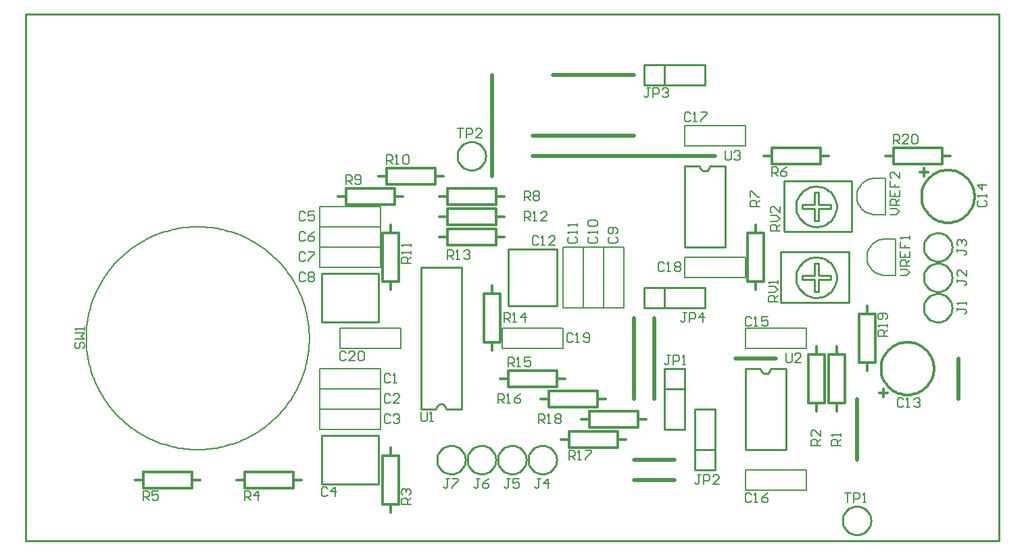
<source format=gto>
%FSLAX23Y23*%
%MOIN*%
G70*
G01*
G75*
%ADD10C,0.100*%
%ADD11R,0.080X0.080*%
%ADD12C,0.080*%
%ADD13C,0.150*%
%ADD14C,0.350*%
%ADD15C,0.010*%
%ADD16C,0.040*%
%ADD17C,0.060*%
%ADD18C,0.008*%
%ADD19C,0.012*%
%ADD20C,0.005*%
%ADD21C,0.020*%
%ADD22C,0.006*%
D15*
X9765Y7095D02*
X9764Y7105D01*
X9762Y7115D01*
X9759Y7124D01*
X9754Y7133D01*
X9748Y7141D01*
X9741Y7148D01*
X9733Y7154D01*
X9724Y7159D01*
X9715Y7162D01*
X9705Y7164D01*
X9695Y7165D01*
X9685Y7164D01*
X9675Y7162D01*
X9666Y7159D01*
X9657Y7154D01*
X9649Y7148D01*
X9642Y7141D01*
X9636Y7133D01*
X9631Y7124D01*
X9628Y7115D01*
X9626Y7105D01*
X9625Y7095D01*
X9626Y7085D01*
X9628Y7075D01*
X9631Y7066D01*
X9636Y7057D01*
X9642Y7049D01*
X9649Y7042D01*
X9657Y7036D01*
X9666Y7031D01*
X9675Y7028D01*
X9685Y7026D01*
X9695Y7025D01*
X9705Y7026D01*
X9715Y7028D01*
X9724Y7031D01*
X9733Y7036D01*
X9741Y7042D01*
X9748Y7049D01*
X9754Y7057D01*
X9759Y7066D01*
X9762Y7075D01*
X9764Y7085D01*
X9765Y7095D01*
X9915D02*
X9914Y7105D01*
X9912Y7115D01*
X9909Y7124D01*
X9904Y7133D01*
X9898Y7141D01*
X9891Y7148D01*
X9883Y7154D01*
X9874Y7159D01*
X9865Y7162D01*
X9855Y7164D01*
X9845Y7165D01*
X9835Y7164D01*
X9825Y7162D01*
X9816Y7159D01*
X9807Y7154D01*
X9799Y7148D01*
X9792Y7141D01*
X9786Y7133D01*
X9781Y7124D01*
X9778Y7115D01*
X9776Y7105D01*
X9775Y7095D01*
X9776Y7085D01*
X9778Y7075D01*
X9781Y7066D01*
X9786Y7057D01*
X9792Y7049D01*
X9799Y7042D01*
X9807Y7036D01*
X9816Y7031D01*
X9825Y7028D01*
X9835Y7026D01*
X9845Y7025D01*
X9855Y7026D01*
X9865Y7028D01*
X9874Y7031D01*
X9883Y7036D01*
X9891Y7042D01*
X9898Y7049D01*
X9904Y7057D01*
X9909Y7066D01*
X9912Y7075D01*
X9914Y7085D01*
X9915Y7095D01*
X10065D02*
X10064Y7105D01*
X10062Y7115D01*
X10059Y7124D01*
X10054Y7133D01*
X10048Y7141D01*
X10041Y7148D01*
X10033Y7154D01*
X10024Y7159D01*
X10015Y7162D01*
X10005Y7164D01*
X9995Y7165D01*
X9985Y7164D01*
X9975Y7162D01*
X9966Y7159D01*
X9957Y7154D01*
X9949Y7148D01*
X9942Y7141D01*
X9936Y7133D01*
X9931Y7124D01*
X9928Y7115D01*
X9926Y7105D01*
X9925Y7095D01*
X9926Y7085D01*
X9928Y7075D01*
X9931Y7066D01*
X9936Y7057D01*
X9942Y7049D01*
X9949Y7042D01*
X9957Y7036D01*
X9966Y7031D01*
X9975Y7028D01*
X9985Y7026D01*
X9995Y7025D01*
X10005Y7026D01*
X10015Y7028D01*
X10024Y7031D01*
X10033Y7036D01*
X10041Y7042D01*
X10048Y7049D01*
X10054Y7057D01*
X10059Y7066D01*
X10062Y7075D01*
X10064Y7085D01*
X10065Y7095D01*
X10215D02*
X10214Y7105D01*
X10212Y7115D01*
X10209Y7124D01*
X10204Y7133D01*
X10198Y7141D01*
X10191Y7148D01*
X10183Y7154D01*
X10174Y7159D01*
X10165Y7162D01*
X10155Y7164D01*
X10145Y7165D01*
X10135Y7164D01*
X10125Y7162D01*
X10116Y7159D01*
X10107Y7154D01*
X10099Y7148D01*
X10092Y7141D01*
X10086Y7133D01*
X10081Y7124D01*
X10078Y7115D01*
X10076Y7105D01*
X10075Y7095D01*
X10076Y7085D01*
X10078Y7075D01*
X10081Y7066D01*
X10086Y7057D01*
X10092Y7049D01*
X10099Y7042D01*
X10107Y7036D01*
X10116Y7031D01*
X10125Y7028D01*
X10135Y7026D01*
X10145Y7025D01*
X10155Y7026D01*
X10165Y7028D01*
X10174Y7031D01*
X10183Y7036D01*
X10191Y7042D01*
X10198Y7049D01*
X10204Y7057D01*
X10209Y7066D01*
X10212Y7075D01*
X10214Y7085D01*
X10215Y7095D01*
X12165Y8145D02*
X12164Y8155D01*
X12162Y8165D01*
X12159Y8174D01*
X12154Y8183D01*
X12148Y8191D01*
X12141Y8198D01*
X12133Y8204D01*
X12124Y8209D01*
X12115Y8212D01*
X12105Y8214D01*
X12095Y8215D01*
X12085Y8214D01*
X12075Y8212D01*
X12066Y8209D01*
X12057Y8204D01*
X12049Y8198D01*
X12042Y8191D01*
X12036Y8183D01*
X12031Y8174D01*
X12028Y8165D01*
X12026Y8155D01*
X12025Y8145D01*
X12026Y8135D01*
X12028Y8125D01*
X12031Y8116D01*
X12036Y8107D01*
X12042Y8099D01*
X12049Y8092D01*
X12057Y8086D01*
X12066Y8081D01*
X12075Y8078D01*
X12085Y8076D01*
X12095Y8075D01*
X12105Y8076D01*
X12115Y8078D01*
X12124Y8081D01*
X12133Y8086D01*
X12141Y8092D01*
X12148Y8099D01*
X12154Y8107D01*
X12159Y8116D01*
X12162Y8125D01*
X12164Y8135D01*
X12165Y8145D01*
Y7995D02*
X12164Y8005D01*
X12162Y8015D01*
X12159Y8024D01*
X12154Y8033D01*
X12148Y8041D01*
X12141Y8048D01*
X12133Y8054D01*
X12124Y8059D01*
X12115Y8062D01*
X12105Y8064D01*
X12095Y8065D01*
X12085Y8064D01*
X12075Y8062D01*
X12066Y8059D01*
X12057Y8054D01*
X12049Y8048D01*
X12042Y8041D01*
X12036Y8033D01*
X12031Y8024D01*
X12028Y8015D01*
X12026Y8005D01*
X12025Y7995D01*
X12026Y7985D01*
X12028Y7975D01*
X12031Y7966D01*
X12036Y7957D01*
X12042Y7949D01*
X12049Y7942D01*
X12057Y7936D01*
X12066Y7931D01*
X12075Y7928D01*
X12085Y7926D01*
X12095Y7925D01*
X12105Y7926D01*
X12115Y7928D01*
X12124Y7931D01*
X12133Y7936D01*
X12141Y7942D01*
X12148Y7949D01*
X12154Y7957D01*
X12159Y7966D01*
X12162Y7975D01*
X12164Y7985D01*
X12165Y7995D01*
Y7845D02*
X12164Y7855D01*
X12162Y7865D01*
X12159Y7874D01*
X12154Y7883D01*
X12148Y7891D01*
X12141Y7898D01*
X12133Y7904D01*
X12124Y7909D01*
X12115Y7912D01*
X12105Y7914D01*
X12095Y7915D01*
X12085Y7914D01*
X12075Y7912D01*
X12066Y7909D01*
X12057Y7904D01*
X12049Y7898D01*
X12042Y7891D01*
X12036Y7883D01*
X12031Y7874D01*
X12028Y7865D01*
X12026Y7855D01*
X12025Y7845D01*
X12026Y7835D01*
X12028Y7825D01*
X12031Y7816D01*
X12036Y7807D01*
X12042Y7799D01*
X12049Y7792D01*
X12057Y7786D01*
X12066Y7781D01*
X12075Y7778D01*
X12085Y7776D01*
X12095Y7775D01*
X12105Y7776D01*
X12115Y7778D01*
X12124Y7781D01*
X12133Y7786D01*
X12141Y7792D01*
X12148Y7799D01*
X12154Y7807D01*
X12159Y7816D01*
X12162Y7825D01*
X12164Y7835D01*
X12165Y7845D01*
X11765Y6795D02*
X11764Y6805D01*
X11762Y6815D01*
X11759Y6824D01*
X11754Y6833D01*
X11748Y6841D01*
X11741Y6848D01*
X11733Y6854D01*
X11724Y6859D01*
X11715Y6862D01*
X11705Y6864D01*
X11695Y6865D01*
X11685Y6864D01*
X11675Y6862D01*
X11666Y6859D01*
X11657Y6854D01*
X11649Y6848D01*
X11642Y6841D01*
X11636Y6833D01*
X11631Y6824D01*
X11628Y6815D01*
X11626Y6805D01*
X11625Y6795D01*
X11626Y6785D01*
X11628Y6775D01*
X11631Y6766D01*
X11636Y6757D01*
X11642Y6749D01*
X11649Y6742D01*
X11657Y6736D01*
X11666Y6731D01*
X11675Y6728D01*
X11685Y6726D01*
X11695Y6725D01*
X11705Y6726D01*
X11715Y6728D01*
X11724Y6731D01*
X11733Y6736D01*
X11741Y6742D01*
X11748Y6749D01*
X11754Y6757D01*
X11759Y6766D01*
X11762Y6775D01*
X11764Y6785D01*
X11765Y6795D01*
X9865Y8595D02*
X9864Y8605D01*
X9862Y8615D01*
X9859Y8624D01*
X9854Y8633D01*
X9848Y8641D01*
X9841Y8648D01*
X9833Y8654D01*
X9824Y8659D01*
X9815Y8662D01*
X9805Y8664D01*
X9795Y8665D01*
X9785Y8664D01*
X9775Y8662D01*
X9766Y8659D01*
X9757Y8654D01*
X9749Y8648D01*
X9742Y8641D01*
X9736Y8633D01*
X9731Y8624D01*
X9728Y8615D01*
X9726Y8605D01*
X9725Y8595D01*
X9726Y8585D01*
X9728Y8575D01*
X9731Y8566D01*
X9736Y8557D01*
X9742Y8549D01*
X9749Y8542D01*
X9757Y8536D01*
X9766Y8531D01*
X9775Y8528D01*
X9785Y8526D01*
X9795Y8525D01*
X9805Y8526D01*
X9815Y8528D01*
X9824Y8531D01*
X9833Y8536D01*
X9841Y8542D01*
X9848Y8549D01*
X9854Y8557D01*
X9859Y8566D01*
X9862Y8575D01*
X9864Y8585D01*
X9865Y8595D01*
X11595Y7995D02*
X11595Y8005D01*
X11593Y8015D01*
X11591Y8024D01*
X11587Y8034D01*
X11583Y8043D01*
X11578Y8051D01*
X11572Y8059D01*
X11565Y8067D01*
X11557Y8073D01*
X11549Y8079D01*
X11541Y8084D01*
X11532Y8088D01*
X11522Y8091D01*
X11512Y8093D01*
X11502Y8095D01*
X11493Y8095D01*
X11483Y8094D01*
X11473Y8092D01*
X11463Y8090D01*
X11454Y8086D01*
X11445Y8082D01*
X11437Y8076D01*
X11429Y8070D01*
X11422Y8063D01*
X11415Y8055D01*
X11410Y8047D01*
X11405Y8038D01*
X11401Y8029D01*
X11398Y8020D01*
X11396Y8010D01*
X11395Y8000D01*
Y7990D01*
X11396Y7980D01*
X11398Y7970D01*
X11401Y7961D01*
X11405Y7952D01*
X11410Y7943D01*
X11415Y7935D01*
X11422Y7927D01*
X11429Y7920D01*
X11437Y7914D01*
X11445Y7908D01*
X11454Y7904D01*
X11463Y7900D01*
X11473Y7898D01*
X11483Y7896D01*
X11493Y7895D01*
X11502Y7895D01*
X11512Y7897D01*
X11522Y7899D01*
X11532Y7902D01*
X11541Y7906D01*
X11549Y7911D01*
X11557Y7917D01*
X11565Y7923D01*
X11572Y7931D01*
X11578Y7939D01*
X11583Y7947D01*
X11587Y7956D01*
X11591Y7966D01*
X11593Y7975D01*
X11595Y7985D01*
X11595Y7995D01*
Y8345D02*
X11595Y8355D01*
X11593Y8365D01*
X11591Y8374D01*
X11587Y8384D01*
X11583Y8393D01*
X11578Y8401D01*
X11572Y8409D01*
X11565Y8417D01*
X11557Y8423D01*
X11549Y8429D01*
X11541Y8434D01*
X11532Y8438D01*
X11522Y8441D01*
X11512Y8443D01*
X11502Y8445D01*
X11493Y8445D01*
X11483Y8444D01*
X11473Y8442D01*
X11463Y8440D01*
X11454Y8436D01*
X11445Y8432D01*
X11437Y8426D01*
X11429Y8420D01*
X11422Y8413D01*
X11415Y8405D01*
X11410Y8397D01*
X11405Y8388D01*
X11401Y8379D01*
X11398Y8370D01*
X11396Y8360D01*
X11395Y8350D01*
Y8340D01*
X11396Y8330D01*
X11398Y8320D01*
X11401Y8311D01*
X11405Y8302D01*
X11410Y8293D01*
X11415Y8285D01*
X11422Y8277D01*
X11429Y8270D01*
X11437Y8264D01*
X11445Y8258D01*
X11454Y8254D01*
X11463Y8250D01*
X11473Y8248D01*
X11483Y8246D01*
X11493Y8245D01*
X11502Y8245D01*
X11512Y8247D01*
X11522Y8249D01*
X11532Y8252D01*
X11541Y8256D01*
X11549Y8261D01*
X11557Y8267D01*
X11565Y8273D01*
X11572Y8281D01*
X11578Y8289D01*
X11583Y8297D01*
X11587Y8306D01*
X11591Y8316D01*
X11593Y8325D01*
X11595Y8335D01*
X11595Y8345D01*
X11220Y7545D02*
X11222Y7535D01*
X11227Y7527D01*
X11235Y7522D01*
X11245Y7520D01*
X11255Y7522D01*
X11263Y7527D01*
X11268Y7535D01*
X11270Y7545D01*
X9670Y7345D02*
X9668Y7355D01*
X9663Y7363D01*
X9655Y7368D01*
X9645Y7370D01*
X9635Y7368D01*
X9627Y7363D01*
X9622Y7355D01*
X9620Y7345D01*
X10920Y8545D02*
X10922Y8535D01*
X10927Y8527D01*
X10935Y8522D01*
X10945Y8520D01*
X10955Y8522D01*
X10963Y8527D01*
X10968Y8535D01*
X10970Y8545D01*
X11425Y7985D02*
Y8005D01*
Y7985D02*
X11485D01*
Y7925D02*
Y7985D01*
Y7925D02*
X11505D01*
Y7985D01*
X11565D01*
Y8005D01*
X11505D02*
X11565D01*
X11505D02*
Y8065D01*
X11485D02*
X11505D01*
X11485Y8005D02*
Y8065D01*
X11425Y8005D02*
X11485D01*
X11320Y8120D02*
X11655D01*
X11320Y7870D02*
Y8120D01*
X11655Y7870D02*
Y8120D01*
X11320Y7870D02*
X11655D01*
X11335Y8470D02*
X11670D01*
X11335Y8220D02*
Y8470D01*
X11670Y8220D02*
Y8470D01*
X11335Y8220D02*
X11670D01*
X11505Y8335D02*
X11565D01*
X11505Y8275D02*
Y8335D01*
X11485Y8275D02*
X11505D01*
X11485D02*
Y8335D01*
X11425D02*
X11485D01*
X11425D02*
Y8355D01*
X11485D01*
Y8415D01*
X11505D01*
Y8355D02*
Y8415D01*
Y8355D02*
X11565D01*
Y8335D02*
Y8355D01*
X10745Y7245D02*
Y7545D01*
Y7245D02*
X10845D01*
Y7545D01*
X10745D02*
X10845D01*
X10745Y7445D02*
X10845D01*
X10895Y7145D02*
X10995D01*
X10895Y7045D02*
X10995D01*
X10895D02*
Y7345D01*
X10995D01*
Y7045D02*
Y7345D01*
X10645Y8945D02*
X10945D01*
Y9045D01*
X10645D02*
X10945D01*
X10645Y8945D02*
Y9045D01*
X10745Y8945D02*
Y9045D01*
Y7845D02*
Y7945D01*
X10645Y7845D02*
Y7945D01*
X10945D01*
Y7845D02*
Y7945D01*
X10645Y7845D02*
X10945D01*
X9975Y7855D02*
X10215D01*
Y8135D01*
X9975D02*
X10215D01*
X9975Y7855D02*
Y8135D01*
X9055Y7775D02*
X9335D01*
X9055D02*
Y8015D01*
X9335D01*
Y7775D02*
Y8015D01*
Y6975D02*
Y7215D01*
X9055D02*
X9335D01*
X9055Y6975D02*
Y7215D01*
Y6975D02*
X9335D01*
X11145Y7545D02*
X11220D01*
X11270D02*
X11345D01*
Y7145D02*
Y7545D01*
X11145Y7145D02*
X11345D01*
X11145D02*
Y7545D01*
X9745Y7345D02*
Y8045D01*
X9545D02*
X9745D01*
X9545Y7345D02*
Y8045D01*
Y7345D02*
X9620D01*
X9670D02*
X9745D01*
X7595Y6695D02*
X12395D01*
X7595D02*
Y9295D01*
X12395D01*
Y6695D02*
Y9295D01*
X10845Y8545D02*
X10920D01*
X10970D02*
X11045D01*
Y8145D02*
Y8545D01*
X10845Y8145D02*
X11045D01*
X10845D02*
Y8545D01*
D18*
X11835Y8185D02*
X11825Y8184D01*
X11815Y8183D01*
X11805Y8180D01*
X11796Y8176D01*
X11787Y8171D01*
X11779Y8165D01*
X11771Y8159D01*
X11765Y8151D01*
X11759Y8143D01*
X11754Y8134D01*
X11750Y8125D01*
X11747Y8115D01*
X11746Y8105D01*
X11745Y8095D01*
X11746Y8085D01*
X11747Y8075D01*
X11750Y8065D01*
X11754Y8056D01*
X11759Y8047D01*
X11765Y8039D01*
X11771Y8031D01*
X11779Y8025D01*
X11787Y8019D01*
X11796Y8014D01*
X11805Y8010D01*
X11815Y8007D01*
X11825Y8006D01*
X11835Y8005D01*
X11785Y8485D02*
X11775Y8484D01*
X11765Y8483D01*
X11755Y8480D01*
X11746Y8476D01*
X11737Y8471D01*
X11729Y8465D01*
X11721Y8459D01*
X11715Y8451D01*
X11709Y8443D01*
X11704Y8434D01*
X11700Y8425D01*
X11697Y8415D01*
X11696Y8405D01*
X11695Y8395D01*
X11696Y8385D01*
X11697Y8375D01*
X11700Y8365D01*
X11704Y8356D01*
X11709Y8347D01*
X11715Y8339D01*
X11721Y8331D01*
X11729Y8325D01*
X11737Y8319D01*
X11746Y8314D01*
X11755Y8310D01*
X11765Y8307D01*
X11775Y8306D01*
X11785Y8305D01*
X11835Y8005D02*
X11885D01*
X11835Y8185D02*
X11885D01*
Y8005D02*
Y8185D01*
X11835Y8305D02*
Y8485D01*
X11785D02*
X11835D01*
X11785Y8305D02*
X11835D01*
X9095Y7545D02*
X9295D01*
X9095Y7445D02*
X9295D01*
Y7545D02*
X9345D01*
Y7445D02*
Y7545D01*
X9295Y7445D02*
X9345D01*
X9045Y7545D02*
X9095D01*
X9045Y7445D02*
Y7545D01*
Y7445D02*
X9095D01*
X9995Y7745D02*
X10195D01*
X9995Y7645D02*
X10195D01*
Y7745D02*
X10245D01*
Y7645D02*
Y7745D01*
X10195Y7645D02*
X10245D01*
X9945Y7745D02*
X9995D01*
X9945Y7645D02*
Y7745D01*
Y7645D02*
X9995D01*
X10895Y8095D02*
X11095D01*
X10895Y7995D02*
X11095D01*
Y8095D02*
X11145D01*
Y7995D02*
Y8095D01*
X11095Y7995D02*
X11145D01*
X10845Y8095D02*
X10895D01*
X10845Y7995D02*
Y8095D01*
Y7995D02*
X10895D01*
X10895Y8645D02*
X11095D01*
X10895Y8745D02*
X11095D01*
X10845Y8645D02*
X10895D01*
X10845D02*
Y8745D01*
X10895D01*
X11095Y8645D02*
X11145D01*
Y8745D01*
X11095D02*
X11145D01*
X11195Y7045D02*
X11395D01*
X11195Y6945D02*
X11395D01*
Y7045D02*
X11445D01*
Y6945D02*
Y7045D01*
X11395Y6945D02*
X11445D01*
X11145Y7045D02*
X11195D01*
X11145Y6945D02*
Y7045D01*
Y6945D02*
X11195D01*
X10545Y7895D02*
Y8095D01*
X10445Y7895D02*
Y8095D01*
X10545Y7845D02*
Y7895D01*
X10445Y7845D02*
X10545D01*
X10445D02*
Y7895D01*
X10545Y8095D02*
Y8145D01*
X10445D02*
X10545D01*
X10445Y8095D02*
Y8145D01*
X9095D02*
X9295D01*
X9095Y8045D02*
X9295D01*
Y8145D02*
X9345D01*
Y8045D02*
Y8145D01*
X9295Y8045D02*
X9345D01*
X9045Y8145D02*
X9095D01*
X9045Y8045D02*
Y8145D01*
Y8045D02*
X9095D01*
Y8245D02*
X9295D01*
X9095Y8145D02*
X9295D01*
Y8245D02*
X9345D01*
Y8145D02*
Y8245D01*
X9295Y8145D02*
X9345D01*
X9045Y8245D02*
X9095D01*
X9045Y8145D02*
Y8245D01*
Y8145D02*
X9095D01*
Y8345D02*
X9295D01*
X9095Y8245D02*
X9295D01*
Y8345D02*
X9345D01*
Y8245D02*
Y8345D01*
X9295Y8245D02*
X9345D01*
X9045Y8345D02*
X9095D01*
X9045Y8245D02*
Y8345D01*
Y8245D02*
X9095D01*
Y7345D02*
X9295D01*
X9095Y7245D02*
X9295D01*
Y7345D02*
X9345D01*
Y7245D02*
Y7345D01*
X9295Y7245D02*
X9345D01*
X9045Y7345D02*
X9095D01*
X9045Y7245D02*
Y7345D01*
Y7245D02*
X9095D01*
Y7445D02*
X9295D01*
X9095Y7345D02*
X9295D01*
Y7445D02*
X9345D01*
Y7345D02*
Y7445D01*
X9295Y7345D02*
X9345D01*
X9045Y7445D02*
X9095D01*
X9045Y7345D02*
Y7445D01*
Y7345D02*
X9095D01*
X9195Y7745D02*
X9395D01*
X9195Y7645D02*
X9395D01*
Y7745D02*
X9445D01*
Y7645D02*
Y7745D01*
X9395Y7645D02*
X9445D01*
X9145Y7745D02*
X9195D01*
X9145Y7645D02*
Y7745D01*
Y7645D02*
X9195D01*
X10345Y7895D02*
Y8095D01*
X10245Y7895D02*
Y8095D01*
X10345Y7845D02*
Y7895D01*
X10245Y7845D02*
X10345D01*
X10245D02*
Y7895D01*
X10345Y8095D02*
Y8145D01*
X10245D02*
X10345D01*
X10245Y8095D02*
Y8145D01*
X10445Y7895D02*
Y8095D01*
X10345Y7895D02*
Y8095D01*
X10445Y7845D02*
Y7895D01*
X10345Y7845D02*
X10445D01*
X10345D02*
Y7895D01*
X10445Y8095D02*
Y8145D01*
X10345D02*
X10445D01*
X10345Y8095D02*
Y8145D01*
X11195Y7645D02*
X11395D01*
X11195Y7745D02*
X11395D01*
X11145Y7645D02*
X11195D01*
X11145D02*
Y7745D01*
X11195D01*
X11395Y7645D02*
X11445D01*
Y7745D01*
X11395D02*
X11445D01*
D19*
X12275Y8395D02*
X12275Y8405D01*
X12273Y8415D01*
X12272Y8425D01*
X12269Y8434D01*
X12266Y8444D01*
X12262Y8453D01*
X12257Y8461D01*
X12251Y8470D01*
X12245Y8478D01*
X12239Y8485D01*
X12231Y8492D01*
X12224Y8498D01*
X12216Y8504D01*
X12207Y8509D01*
X12198Y8514D01*
X12189Y8517D01*
X12179Y8520D01*
X12170Y8523D01*
X12160Y8524D01*
X12150Y8525D01*
X12140D01*
X12130Y8524D01*
X12120Y8523D01*
X12111Y8520D01*
X12101Y8517D01*
X12092Y8514D01*
X12083Y8509D01*
X12074Y8504D01*
X12066Y8498D01*
X12059Y8492D01*
X12051Y8485D01*
X12045Y8478D01*
X12039Y8470D01*
X12033Y8461D01*
X12028Y8453D01*
X12024Y8444D01*
X12021Y8434D01*
X12018Y8425D01*
X12017Y8415D01*
X12015Y8405D01*
X12015Y8395D01*
X12015Y8385D01*
X12017Y8375D01*
X12018Y8365D01*
X12021Y8356D01*
X12024Y8346D01*
X12028Y8337D01*
X12033Y8329D01*
X12039Y8320D01*
X12045Y8312D01*
X12051Y8305D01*
X12059Y8298D01*
X12066Y8292D01*
X12074Y8286D01*
X12083Y8281D01*
X12092Y8276D01*
X12101Y8273D01*
X12111Y8270D01*
X12120Y8267D01*
X12130Y8266D01*
X12140Y8265D01*
X12150D01*
X12160Y8266D01*
X12170Y8267D01*
X12179Y8270D01*
X12189Y8273D01*
X12198Y8276D01*
X12207Y8281D01*
X12216Y8286D01*
X12224Y8292D01*
X12231Y8298D01*
X12239Y8305D01*
X12245Y8312D01*
X12251Y8320D01*
X12257Y8329D01*
X12262Y8337D01*
X12266Y8346D01*
X12269Y8356D01*
X12272Y8365D01*
X12273Y8375D01*
X12275Y8385D01*
X12275Y8395D01*
X12075Y7545D02*
X12075Y7555D01*
X12073Y7565D01*
X12072Y7575D01*
X12069Y7584D01*
X12066Y7594D01*
X12062Y7603D01*
X12057Y7611D01*
X12051Y7620D01*
X12045Y7628D01*
X12039Y7635D01*
X12031Y7642D01*
X12024Y7648D01*
X12016Y7654D01*
X12007Y7659D01*
X11998Y7664D01*
X11989Y7667D01*
X11979Y7670D01*
X11970Y7673D01*
X11960Y7674D01*
X11950Y7675D01*
X11940D01*
X11930Y7674D01*
X11920Y7673D01*
X11911Y7670D01*
X11901Y7667D01*
X11892Y7664D01*
X11883Y7659D01*
X11874Y7654D01*
X11866Y7648D01*
X11859Y7642D01*
X11851Y7635D01*
X11845Y7628D01*
X11839Y7620D01*
X11833Y7611D01*
X11828Y7603D01*
X11824Y7594D01*
X11821Y7584D01*
X11818Y7575D01*
X11817Y7565D01*
X11815Y7555D01*
X11815Y7545D01*
X11815Y7535D01*
X11817Y7525D01*
X11818Y7515D01*
X11821Y7506D01*
X11824Y7496D01*
X11828Y7487D01*
X11833Y7479D01*
X11839Y7470D01*
X11845Y7462D01*
X11851Y7455D01*
X11859Y7448D01*
X11866Y7442D01*
X11874Y7436D01*
X11883Y7431D01*
X11892Y7426D01*
X11901Y7423D01*
X11911Y7420D01*
X11920Y7417D01*
X11930Y7416D01*
X11940Y7415D01*
X11950D01*
X11960Y7416D01*
X11970Y7417D01*
X11979Y7420D01*
X11989Y7423D01*
X11998Y7426D01*
X12007Y7431D01*
X12016Y7436D01*
X12024Y7442D01*
X12031Y7448D01*
X12039Y7455D01*
X12045Y7462D01*
X12051Y7470D01*
X12057Y7479D01*
X12062Y7487D01*
X12066Y7496D01*
X12069Y7506D01*
X12072Y7515D01*
X12073Y7525D01*
X12075Y7535D01*
X12075Y7545D01*
X12005Y8515D02*
X12045D01*
X12025Y8495D02*
Y8535D01*
X11805Y7425D02*
X11845D01*
X11825Y7405D02*
Y7445D01*
X11875Y8555D02*
Y8635D01*
X12115D01*
Y8555D02*
Y8635D01*
X11875Y8555D02*
X12115D01*
X11835Y8595D02*
X11875D01*
X12115D02*
X12155D01*
X11595Y7615D02*
Y7655D01*
Y7335D02*
Y7375D01*
X11635D02*
Y7615D01*
X11555D02*
X11635D01*
X11555Y7375D02*
Y7615D01*
Y7375D02*
X11635D01*
X11495Y7615D02*
Y7655D01*
Y7335D02*
Y7375D01*
X11535D02*
Y7615D01*
X11455D02*
X11535D01*
X11455Y7375D02*
Y7615D01*
Y7375D02*
X11535D01*
X11515Y8595D02*
X11555D01*
X11235D02*
X11275D01*
Y8555D02*
X11515D01*
Y8635D01*
X11275D02*
X11515D01*
X11275Y8555D02*
Y8635D01*
X11195Y8215D02*
Y8255D01*
Y7935D02*
Y7975D01*
X11235D02*
Y8215D01*
X11155D02*
X11235D01*
X11155Y7975D02*
Y8215D01*
Y7975D02*
X11235D01*
X11745Y7535D02*
Y7575D01*
Y7815D02*
Y7855D01*
X11705Y7575D02*
Y7815D01*
Y7575D02*
X11785D01*
Y7815D01*
X11705D02*
X11785D01*
X10235Y7195D02*
X10275D01*
X10515D02*
X10555D01*
X10275Y7235D02*
X10515D01*
X10275Y7155D02*
Y7235D01*
Y7155D02*
X10515D01*
Y7235D01*
X10415Y7395D02*
X10455D01*
X10135D02*
X10175D01*
Y7355D02*
X10415D01*
Y7435D01*
X10175D02*
X10415D01*
X10175Y7355D02*
Y7435D01*
X9935Y7495D02*
X9975D01*
X10215D02*
X10255D01*
X9975Y7535D02*
X10215D01*
X9975Y7455D02*
Y7535D01*
Y7455D02*
X10215D01*
Y7535D01*
X9895Y7915D02*
Y7955D01*
Y7635D02*
Y7675D01*
X9935D02*
Y7915D01*
X9855D02*
X9935D01*
X9855Y7675D02*
Y7915D01*
Y7675D02*
X9935D01*
X9915Y8195D02*
X9955D01*
X9635D02*
X9675D01*
Y8155D02*
X9915D01*
Y8235D01*
X9675D02*
X9915D01*
X9675Y8155D02*
Y8235D01*
X9635Y8295D02*
X9675D01*
X9915D02*
X9955D01*
X9675Y8335D02*
X9915D01*
X9675Y8255D02*
Y8335D01*
Y8255D02*
X9915D01*
Y8335D01*
X9615Y8495D02*
X9655D01*
X9335D02*
X9375D01*
Y8455D02*
X9615D01*
Y8535D01*
X9375D02*
X9615D01*
X9375Y8455D02*
Y8535D01*
X8415Y6995D02*
X8455D01*
X8135D02*
X8175D01*
Y6955D02*
X8415D01*
Y7035D01*
X8175D02*
X8415D01*
X8175Y6955D02*
Y7035D01*
X8915Y6995D02*
X8955D01*
X8635D02*
X8675D01*
Y6955D02*
X8915D01*
Y7035D01*
X8675D02*
X8915D01*
X8675Y6955D02*
Y7035D01*
X9395Y6835D02*
Y6875D01*
Y7115D02*
Y7155D01*
X9355Y6875D02*
Y7115D01*
Y6875D02*
X9435D01*
Y7115D01*
X9355D02*
X9435D01*
X10335Y7295D02*
X10375D01*
X10615D02*
X10655D01*
X10375Y7335D02*
X10615D01*
X10375Y7255D02*
Y7335D01*
Y7255D02*
X10615D01*
Y7335D01*
X9395Y7935D02*
Y7975D01*
Y8215D02*
Y8255D01*
X9355Y7975D02*
Y8215D01*
Y7975D02*
X9435D01*
Y8215D01*
X9355D02*
X9435D01*
X9915Y8395D02*
X9955D01*
X9635D02*
X9675D01*
Y8355D02*
X9915D01*
Y8435D01*
X9675D02*
X9915D01*
X9675Y8355D02*
Y8435D01*
X9415Y8395D02*
X9455D01*
X9135D02*
X9175D01*
Y8355D02*
X9415D01*
Y8435D01*
X9175D02*
X9415D01*
X9175Y8355D02*
Y8435D01*
D20*
X8995Y7695D02*
X8995Y7705D01*
X8995Y7715D01*
X8994Y7725D01*
X8994Y7735D01*
X8993Y7745D01*
X8992Y7755D01*
X8991Y7765D01*
X8989Y7775D01*
X8988Y7784D01*
X8986Y7794D01*
X8984Y7804D01*
X8982Y7814D01*
X8980Y7824D01*
X8977Y7833D01*
X8975Y7843D01*
X8972Y7853D01*
X8969Y7862D01*
X8966Y7872D01*
X8963Y7881D01*
X8959Y7890D01*
X8955Y7900D01*
X8952Y7909D01*
X8948Y7918D01*
X8944Y7927D01*
X8939Y7936D01*
X8935Y7945D01*
X8930Y7954D01*
X8925Y7963D01*
X8920Y7971D01*
X8915Y7980D01*
X8910Y7989D01*
X8905Y7997D01*
X8899Y8005D01*
X8893Y8013D01*
X8888Y8022D01*
X8882Y8029D01*
X8875Y8037D01*
X8869Y8045D01*
X8863Y8053D01*
X8856Y8060D01*
X8849Y8068D01*
X8843Y8075D01*
X8836Y8082D01*
X8829Y8089D01*
X8821Y8096D01*
X8814Y8103D01*
X8807Y8109D01*
X8799Y8116D01*
X8791Y8122D01*
X8783Y8129D01*
X8776Y8135D01*
X8767Y8141D01*
X8759Y8146D01*
X8751Y8152D01*
X8743Y8157D01*
X8734Y8163D01*
X8726Y8168D01*
X8717Y8173D01*
X8708Y8178D01*
X8700Y8183D01*
X8691Y8187D01*
X8682Y8191D01*
X8673Y8196D01*
X8664Y8200D01*
X8654Y8204D01*
X8645Y8207D01*
X8636Y8211D01*
X8626Y8214D01*
X8617Y8217D01*
X8607Y8220D01*
X8598Y8223D01*
X8588Y8226D01*
X8578Y8229D01*
X8569Y8231D01*
X8559Y8233D01*
X8549Y8235D01*
X8539Y8237D01*
X8530Y8238D01*
X8520Y8240D01*
X8510Y8241D01*
X8500Y8242D01*
X8490Y8243D01*
X8480Y8244D01*
X8470Y8244D01*
X8460Y8245D01*
X8450Y8245D01*
X8440D01*
X8430Y8245D01*
X8420Y8244D01*
X8410Y8244D01*
X8400Y8243D01*
X8390Y8242D01*
X8380Y8241D01*
X8370Y8240D01*
X8360Y8238D01*
X8351Y8237D01*
X8341Y8235D01*
X8331Y8233D01*
X8321Y8231D01*
X8312Y8229D01*
X8302Y8226D01*
X8292Y8223D01*
X8283Y8220D01*
X8273Y8217D01*
X8264Y8214D01*
X8254Y8211D01*
X8245Y8207D01*
X8236Y8204D01*
X8226Y8200D01*
X8217Y8196D01*
X8208Y8191D01*
X8199Y8187D01*
X8190Y8183D01*
X8182Y8178D01*
X8173Y8173D01*
X8164Y8168D01*
X8156Y8163D01*
X8147Y8157D01*
X8139Y8152D01*
X8131Y8146D01*
X8123Y8141D01*
X8114Y8135D01*
X8107Y8129D01*
X8099Y8122D01*
X8091Y8116D01*
X8083Y8109D01*
X8076Y8103D01*
X8069Y8096D01*
X8061Y8089D01*
X8054Y8082D01*
X8047Y8075D01*
X8041Y8068D01*
X8034Y8060D01*
X8027Y8053D01*
X8021Y8045D01*
X8015Y8037D01*
X8008Y8029D01*
X8002Y8022D01*
X7997Y8013D01*
X7991Y8005D01*
X7985Y7997D01*
X7980Y7989D01*
X7975Y7980D01*
X7970Y7971D01*
X7965Y7963D01*
X7960Y7954D01*
X7955Y7945D01*
X7951Y7936D01*
X7946Y7927D01*
X7942Y7918D01*
X7938Y7909D01*
X7935Y7900D01*
X7931Y7890D01*
X7927Y7881D01*
X7924Y7872D01*
X7921Y7862D01*
X7918Y7853D01*
X7915Y7843D01*
X7913Y7833D01*
X7910Y7824D01*
X7908Y7814D01*
X7906Y7804D01*
X7904Y7794D01*
X7902Y7784D01*
X7901Y7775D01*
X7899Y7765D01*
X7898Y7755D01*
X7897Y7745D01*
X7896Y7735D01*
X7896Y7725D01*
X7895Y7715D01*
X7895Y7705D01*
X7895Y7695D01*
X7895Y7685D01*
X7895Y7675D01*
X7896Y7665D01*
X7896Y7655D01*
X7897Y7645D01*
X7898Y7635D01*
X7899Y7625D01*
X7901Y7615D01*
X7902Y7606D01*
X7904Y7596D01*
X7906Y7586D01*
X7908Y7576D01*
X7910Y7566D01*
X7913Y7557D01*
X7915Y7547D01*
X7918Y7537D01*
X7921Y7528D01*
X7924Y7518D01*
X7927Y7509D01*
X7931Y7500D01*
X7935Y7490D01*
X7938Y7481D01*
X7942Y7472D01*
X7946Y7463D01*
X7951Y7454D01*
X7955Y7445D01*
X7960Y7436D01*
X7965Y7427D01*
X7970Y7419D01*
X7975Y7410D01*
X7980Y7401D01*
X7985Y7393D01*
X7991Y7385D01*
X7997Y7377D01*
X8002Y7368D01*
X8008Y7361D01*
X8015Y7353D01*
X8021Y7345D01*
X8027Y7337D01*
X8034Y7330D01*
X8041Y7322D01*
X8047Y7315D01*
X8054Y7308D01*
X8061Y7301D01*
X8069Y7294D01*
X8076Y7287D01*
X8083Y7281D01*
X8091Y7274D01*
X8099Y7268D01*
X8107Y7261D01*
X8114Y7255D01*
X8123Y7249D01*
X8131Y7244D01*
X8139Y7238D01*
X8147Y7233D01*
X8156Y7227D01*
X8164Y7222D01*
X8173Y7217D01*
X8182Y7212D01*
X8190Y7207D01*
X8199Y7203D01*
X8208Y7199D01*
X8217Y7194D01*
X8226Y7190D01*
X8236Y7186D01*
X8245Y7183D01*
X8254Y7179D01*
X8264Y7176D01*
X8273Y7173D01*
X8283Y7170D01*
X8292Y7167D01*
X8302Y7164D01*
X8312Y7161D01*
X8321Y7159D01*
X8331Y7157D01*
X8341Y7155D01*
X8351Y7153D01*
X8360Y7152D01*
X8370Y7150D01*
X8380Y7149D01*
X8390Y7148D01*
X8400Y7147D01*
X8410Y7146D01*
X8420Y7146D01*
X8430Y7145D01*
X8440Y7145D01*
X8450Y7145D01*
X8460Y7145D01*
X8470Y7146D01*
X8480Y7146D01*
X8490Y7147D01*
X8500Y7148D01*
X8510Y7149D01*
X8520Y7150D01*
X8530Y7152D01*
X8539Y7153D01*
X8549Y7155D01*
X8559Y7157D01*
X8569Y7159D01*
X8578Y7161D01*
X8588Y7164D01*
X8598Y7167D01*
X8607Y7170D01*
X8617Y7173D01*
X8626Y7176D01*
X8636Y7179D01*
X8645Y7183D01*
X8654Y7186D01*
X8664Y7190D01*
X8673Y7194D01*
X8682Y7199D01*
X8691Y7203D01*
X8700Y7207D01*
X8708Y7212D01*
X8717Y7217D01*
X8726Y7222D01*
X8734Y7227D01*
X8743Y7233D01*
X8751Y7238D01*
X8759Y7244D01*
X8767Y7249D01*
X8776Y7255D01*
X8783Y7261D01*
X8791Y7268D01*
X8799Y7274D01*
X8807Y7281D01*
X8814Y7287D01*
X8821Y7294D01*
X8829Y7301D01*
X8836Y7308D01*
X8843Y7315D01*
X8849Y7322D01*
X8856Y7330D01*
X8863Y7337D01*
X8869Y7345D01*
X8875Y7353D01*
X8882Y7361D01*
X8888Y7368D01*
X8893Y7377D01*
X8899Y7385D01*
X8905Y7393D01*
X8910Y7401D01*
X8915Y7410D01*
X8920Y7419D01*
X8925Y7427D01*
X8930Y7436D01*
X8935Y7445D01*
X8939Y7454D01*
X8944Y7463D01*
X8948Y7472D01*
X8952Y7481D01*
X8955Y7490D01*
X8959Y7500D01*
X8963Y7509D01*
X8966Y7518D01*
X8969Y7528D01*
X8972Y7537D01*
X8975Y7547D01*
X8977Y7557D01*
X8980Y7566D01*
X8982Y7576D01*
X8984Y7586D01*
X8986Y7596D01*
X8988Y7606D01*
X8989Y7615D01*
X8991Y7625D01*
X8992Y7635D01*
X8993Y7645D01*
X8994Y7655D01*
X8994Y7665D01*
X8995Y7675D01*
X8995Y7685D01*
X8995Y7695D01*
D21*
X10695Y7395D02*
Y7795D01*
X10595Y7395D02*
Y7795D01*
Y7095D02*
X10795D01*
X11695D02*
Y7395D01*
X12195D02*
Y7595D01*
X9895Y8495D02*
Y8995D01*
X10095Y8595D02*
X10995D01*
X10095Y8695D02*
X10595D01*
X10195Y8995D02*
X10595D01*
X11095Y7595D02*
X11295D01*
X10595Y6995D02*
X10795D01*
D22*
X7848Y7675D02*
X7840Y7667D01*
Y7652D01*
X7848Y7645D01*
X7855D01*
X7863Y7652D01*
Y7667D01*
X7870Y7675D01*
X7878D01*
X7885Y7667D01*
Y7652D01*
X7878Y7645D01*
X7840Y7690D02*
X7885D01*
X7870Y7705D01*
X7885Y7720D01*
X7840D01*
X7885Y7735D02*
Y7750D01*
Y7742D01*
X7840D01*
X7848Y7735D01*
X11345Y7620D02*
Y7582D01*
X11352Y7575D01*
X11367D01*
X11375Y7582D01*
Y7620D01*
X11420Y7575D02*
X11390D01*
X11420Y7605D01*
Y7612D01*
X11412Y7620D01*
X11397D01*
X11390Y7612D01*
X9545Y7330D02*
Y7292D01*
X9552Y7285D01*
X9567D01*
X9575Y7292D01*
Y7330D01*
X9590Y7285D02*
X9605D01*
X9597D01*
Y7330D01*
X9590Y7322D01*
X11925Y7392D02*
X11917Y7400D01*
X11902D01*
X11895Y7392D01*
Y7362D01*
X11902Y7355D01*
X11917D01*
X11925Y7362D01*
X11940Y7355D02*
X11955D01*
X11947D01*
Y7400D01*
X11940Y7392D01*
X11977D02*
X11985Y7400D01*
X12000D01*
X12007Y7392D01*
Y7385D01*
X12000Y7377D01*
X11992D01*
X12000D01*
X12007Y7370D01*
Y7362D01*
X12000Y7355D01*
X11985D01*
X11977Y7362D01*
X9085Y6952D02*
X9077Y6960D01*
X9062D01*
X9055Y6952D01*
Y6922D01*
X9062Y6915D01*
X9077D01*
X9085Y6922D01*
X9122Y6915D02*
Y6960D01*
X9100Y6937D01*
X9130D01*
X9395Y7512D02*
X9387Y7520D01*
X9372D01*
X9365Y7512D01*
Y7482D01*
X9372Y7475D01*
X9387D01*
X9395Y7482D01*
X9410Y7475D02*
X9425D01*
X9417D01*
Y7520D01*
X9410Y7512D01*
X10855Y7820D02*
X10840D01*
X10847D01*
Y7782D01*
X10840Y7775D01*
X10832D01*
X10825Y7782D01*
X10870Y7775D02*
Y7820D01*
X10892D01*
X10900Y7812D01*
Y7797D01*
X10892Y7790D01*
X10870D01*
X10937Y7775D02*
Y7820D01*
X10915Y7797D01*
X10945D01*
X11875Y8655D02*
Y8700D01*
X11897D01*
X11905Y8692D01*
Y8677D01*
X11897Y8670D01*
X11875D01*
X11890D02*
X11905Y8655D01*
X11950D02*
X11920D01*
X11950Y8685D01*
Y8692D01*
X11942Y8700D01*
X11927D01*
X11920Y8692D01*
X11965D02*
X11972Y8700D01*
X11987D01*
X11995Y8692D01*
Y8662D01*
X11987Y8655D01*
X11972D01*
X11965Y8662D01*
Y8692D01*
X11315Y8225D02*
X11270D01*
Y8247D01*
X11278Y8255D01*
X11293D01*
X11300Y8247D01*
Y8225D01*
Y8240D02*
X11315Y8255D01*
X11270Y8270D02*
X11300D01*
X11315Y8285D01*
X11300Y8300D01*
X11270D01*
X11315Y8345D02*
Y8315D01*
X11285Y8345D01*
X11278D01*
X11270Y8337D01*
Y8322D01*
X11278Y8315D01*
X9725Y8730D02*
X9755D01*
X9740D01*
Y8685D01*
X9770D02*
Y8730D01*
X9792D01*
X9800Y8722D01*
Y8707D01*
X9792Y8700D01*
X9770D01*
X9845Y8685D02*
X9815D01*
X9845Y8715D01*
Y8722D01*
X9837Y8730D01*
X9822D01*
X9815Y8722D01*
X11860Y8305D02*
X11890D01*
X11905Y8320D01*
X11890Y8335D01*
X11860D01*
X11905Y8350D02*
X11860D01*
Y8372D01*
X11868Y8380D01*
X11883D01*
X11890Y8372D01*
Y8350D01*
Y8365D02*
X11905Y8380D01*
X11860Y8425D02*
Y8395D01*
X11905D01*
Y8425D01*
X11883Y8395D02*
Y8410D01*
X11860Y8470D02*
Y8440D01*
X11883D01*
Y8455D01*
Y8440D01*
X11905D01*
Y8515D02*
Y8485D01*
X11875Y8515D01*
X11868D01*
X11860Y8507D01*
Y8492D01*
X11868Y8485D01*
X11910Y8005D02*
X11940D01*
X11955Y8020D01*
X11940Y8035D01*
X11910D01*
X11955Y8050D02*
X11910D01*
Y8072D01*
X11918Y8080D01*
X11933D01*
X11940Y8072D01*
Y8050D01*
Y8065D02*
X11955Y8080D01*
X11910Y8125D02*
Y8095D01*
X11955D01*
Y8125D01*
X11933Y8095D02*
Y8110D01*
X11910Y8170D02*
Y8140D01*
X11933D01*
Y8155D01*
Y8140D01*
X11955D01*
Y8185D02*
Y8200D01*
Y8192D01*
X11910D01*
X11918Y8185D01*
X11635Y6930D02*
X11665D01*
X11650D01*
Y6885D01*
X11680D02*
Y6930D01*
X11702D01*
X11710Y6922D01*
Y6907D01*
X11702Y6900D01*
X11680D01*
X11725Y6885D02*
X11740D01*
X11732D01*
Y6930D01*
X11725Y6922D01*
X11305Y7875D02*
X11260D01*
Y7897D01*
X11268Y7905D01*
X11283D01*
X11290Y7897D01*
Y7875D01*
Y7890D02*
X11305Y7905D01*
X11260Y7920D02*
X11290D01*
X11305Y7935D01*
X11290Y7950D01*
X11260D01*
X11305Y7965D02*
Y7980D01*
Y7972D01*
X11260D01*
X11268Y7965D01*
X11845Y7705D02*
X11800D01*
Y7727D01*
X11808Y7735D01*
X11823D01*
X11830Y7727D01*
Y7705D01*
Y7720D02*
X11845Y7735D01*
Y7750D02*
Y7765D01*
Y7757D01*
X11800D01*
X11808Y7750D01*
X11838Y7787D02*
X11845Y7795D01*
Y7810D01*
X11838Y7817D01*
X11808D01*
X11800Y7810D01*
Y7795D01*
X11808Y7787D01*
X11815D01*
X11823Y7795D01*
Y7817D01*
X11215Y8345D02*
X11170D01*
Y8367D01*
X11178Y8375D01*
X11193D01*
X11200Y8367D01*
Y8345D01*
Y8360D02*
X11215Y8375D01*
X11170Y8390D02*
Y8420D01*
X11178D01*
X11208Y8390D01*
X11215D01*
X11275Y8495D02*
Y8540D01*
X11297D01*
X11305Y8532D01*
Y8517D01*
X11297Y8510D01*
X11275D01*
X11290D02*
X11305Y8495D01*
X11350Y8540D02*
X11335Y8532D01*
X11320Y8517D01*
Y8502D01*
X11327Y8495D01*
X11342D01*
X11350Y8502D01*
Y8510D01*
X11342Y8517D01*
X11320D01*
X11515Y7165D02*
X11470D01*
Y7187D01*
X11478Y7195D01*
X11493D01*
X11500Y7187D01*
Y7165D01*
Y7180D02*
X11515Y7195D01*
Y7240D02*
Y7210D01*
X11485Y7240D01*
X11478D01*
X11470Y7232D01*
Y7217D01*
X11478Y7210D01*
X11615Y7165D02*
X11570D01*
Y7187D01*
X11578Y7195D01*
X11593D01*
X11600Y7187D01*
Y7165D01*
Y7180D02*
X11615Y7195D01*
Y7210D02*
Y7225D01*
Y7217D01*
X11570D01*
X11578Y7210D01*
X10675Y8930D02*
X10660D01*
X10667D01*
Y8892D01*
X10660Y8885D01*
X10652D01*
X10645Y8892D01*
X10690Y8885D02*
Y8930D01*
X10712D01*
X10720Y8922D01*
Y8907D01*
X10712Y8900D01*
X10690D01*
X10735Y8922D02*
X10742Y8930D01*
X10757D01*
X10765Y8922D01*
Y8915D01*
X10757Y8907D01*
X10750D01*
X10757D01*
X10765Y8900D01*
Y8892D01*
X10757Y8885D01*
X10742D01*
X10735Y8892D01*
X10925Y7020D02*
X10910D01*
X10917D01*
Y6982D01*
X10910Y6975D01*
X10902D01*
X10895Y6982D01*
X10940Y6975D02*
Y7020D01*
X10962D01*
X10970Y7012D01*
Y6997D01*
X10962Y6990D01*
X10940D01*
X11015Y6975D02*
X10985D01*
X11015Y7005D01*
Y7012D01*
X11007Y7020D01*
X10992D01*
X10985Y7012D01*
X10775Y7610D02*
X10760D01*
X10767D01*
Y7572D01*
X10760Y7565D01*
X10752D01*
X10745Y7572D01*
X10790Y7565D02*
Y7610D01*
X10812D01*
X10820Y7602D01*
Y7587D01*
X10812Y7580D01*
X10790D01*
X10835Y7565D02*
X10850D01*
X10842D01*
Y7610D01*
X10835Y7602D01*
X9395Y7412D02*
X9387Y7420D01*
X9372D01*
X9365Y7412D01*
Y7382D01*
X9372Y7375D01*
X9387D01*
X9395Y7382D01*
X9440Y7375D02*
X9410D01*
X9440Y7405D01*
Y7412D01*
X9432Y7420D01*
X9417D01*
X9410Y7412D01*
X9395Y7312D02*
X9387Y7320D01*
X9372D01*
X9365Y7312D01*
Y7282D01*
X9372Y7275D01*
X9387D01*
X9395Y7282D01*
X9410Y7312D02*
X9417Y7320D01*
X9432D01*
X9440Y7312D01*
Y7305D01*
X9432Y7297D01*
X9425D01*
X9432D01*
X9440Y7290D01*
Y7282D01*
X9432Y7275D01*
X9417D01*
X9410Y7282D01*
X8975Y8312D02*
X8967Y8320D01*
X8952D01*
X8945Y8312D01*
Y8282D01*
X8952Y8275D01*
X8967D01*
X8975Y8282D01*
X9020Y8320D02*
X8990D01*
Y8297D01*
X9005Y8305D01*
X9012D01*
X9020Y8297D01*
Y8282D01*
X9012Y8275D01*
X8997D01*
X8990Y8282D01*
X8975Y8212D02*
X8967Y8220D01*
X8952D01*
X8945Y8212D01*
Y8182D01*
X8952Y8175D01*
X8967D01*
X8975Y8182D01*
X9020Y8220D02*
X9005Y8212D01*
X8990Y8197D01*
Y8182D01*
X8997Y8175D01*
X9012D01*
X9020Y8182D01*
Y8190D01*
X9012Y8197D01*
X8990D01*
X8975Y8112D02*
X8967Y8120D01*
X8952D01*
X8945Y8112D01*
Y8082D01*
X8952Y8075D01*
X8967D01*
X8975Y8082D01*
X8990Y8120D02*
X9020D01*
Y8112D01*
X8990Y8082D01*
Y8075D01*
X8975Y8012D02*
X8967Y8020D01*
X8952D01*
X8945Y8012D01*
Y7982D01*
X8952Y7975D01*
X8967D01*
X8975Y7982D01*
X8990Y8012D02*
X8997Y8020D01*
X9012D01*
X9020Y8012D01*
Y8005D01*
X9012Y7997D01*
X9020Y7990D01*
Y7982D01*
X9012Y7975D01*
X8997D01*
X8990Y7982D01*
Y7990D01*
X8997Y7997D01*
X8990Y8005D01*
Y8012D01*
X8997Y7997D02*
X9012D01*
X10478Y8195D02*
X10470Y8187D01*
Y8172D01*
X10478Y8165D01*
X10508D01*
X10515Y8172D01*
Y8187D01*
X10508Y8195D01*
Y8210D02*
X10515Y8217D01*
Y8232D01*
X10508Y8240D01*
X10478D01*
X10470Y8232D01*
Y8217D01*
X10478Y8210D01*
X10485D01*
X10493Y8217D01*
Y8240D01*
X10378Y8195D02*
X10370Y8187D01*
Y8172D01*
X10378Y8165D01*
X10408D01*
X10415Y8172D01*
Y8187D01*
X10408Y8195D01*
X10415Y8210D02*
Y8225D01*
Y8217D01*
X10370D01*
X10378Y8210D01*
Y8247D02*
X10370Y8255D01*
Y8270D01*
X10378Y8277D01*
X10408D01*
X10415Y8270D01*
Y8255D01*
X10408Y8247D01*
X10378D01*
X10278Y8195D02*
X10270Y8187D01*
Y8172D01*
X10278Y8165D01*
X10308D01*
X10315Y8172D01*
Y8187D01*
X10308Y8195D01*
X10315Y8210D02*
Y8225D01*
Y8217D01*
X10270D01*
X10278Y8210D01*
X10315Y8247D02*
Y8262D01*
Y8255D01*
X10270D01*
X10278Y8247D01*
X10125Y8192D02*
X10117Y8200D01*
X10102D01*
X10095Y8192D01*
Y8162D01*
X10102Y8155D01*
X10117D01*
X10125Y8162D01*
X10140Y8155D02*
X10155D01*
X10147D01*
Y8200D01*
X10140Y8192D01*
X10207Y8155D02*
X10177D01*
X10207Y8185D01*
Y8192D01*
X10200Y8200D01*
X10185D01*
X10177Y8192D01*
X12298Y8375D02*
X12290Y8367D01*
Y8352D01*
X12298Y8345D01*
X12328D01*
X12335Y8352D01*
Y8367D01*
X12328Y8375D01*
X12335Y8390D02*
Y8405D01*
Y8397D01*
X12290D01*
X12298Y8390D01*
X12335Y8450D02*
X12290D01*
X12313Y8427D01*
Y8457D01*
X11175Y7792D02*
X11167Y7800D01*
X11152D01*
X11145Y7792D01*
Y7762D01*
X11152Y7755D01*
X11167D01*
X11175Y7762D01*
X11190Y7755D02*
X11205D01*
X11197D01*
Y7800D01*
X11190Y7792D01*
X11257Y7800D02*
X11227D01*
Y7777D01*
X11242Y7785D01*
X11250D01*
X11257Y7777D01*
Y7762D01*
X11250Y7755D01*
X11235D01*
X11227Y7762D01*
X11175Y6922D02*
X11167Y6930D01*
X11152D01*
X11145Y6922D01*
Y6892D01*
X11152Y6885D01*
X11167D01*
X11175Y6892D01*
X11190Y6885D02*
X11205D01*
X11197D01*
Y6930D01*
X11190Y6922D01*
X11257Y6930D02*
X11242Y6922D01*
X11227Y6907D01*
Y6892D01*
X11235Y6885D01*
X11250D01*
X11257Y6892D01*
Y6900D01*
X11250Y6907D01*
X11227D01*
X10875Y8802D02*
X10867Y8810D01*
X10852D01*
X10845Y8802D01*
Y8772D01*
X10852Y8765D01*
X10867D01*
X10875Y8772D01*
X10890Y8765D02*
X10905D01*
X10897D01*
Y8810D01*
X10890Y8802D01*
X10927Y8810D02*
X10957D01*
Y8802D01*
X10927Y8772D01*
Y8765D01*
X10745Y8062D02*
X10737Y8070D01*
X10722D01*
X10715Y8062D01*
Y8032D01*
X10722Y8025D01*
X10737D01*
X10745Y8032D01*
X10760Y8025D02*
X10775D01*
X10767D01*
Y8070D01*
X10760Y8062D01*
X10797D02*
X10805Y8070D01*
X10820D01*
X10827Y8062D01*
Y8055D01*
X10820Y8047D01*
X10827Y8040D01*
Y8032D01*
X10820Y8025D01*
X10805D01*
X10797Y8032D01*
Y8040D01*
X10805Y8047D01*
X10797Y8055D01*
Y8062D01*
X10805Y8047D02*
X10820D01*
X10295Y7712D02*
X10287Y7720D01*
X10272D01*
X10265Y7712D01*
Y7682D01*
X10272Y7675D01*
X10287D01*
X10295Y7682D01*
X10310Y7675D02*
X10325D01*
X10317D01*
Y7720D01*
X10310Y7712D01*
X10347Y7682D02*
X10355Y7675D01*
X10370D01*
X10377Y7682D01*
Y7712D01*
X10370Y7720D01*
X10355D01*
X10347Y7712D01*
Y7705D01*
X10355Y7697D01*
X10377D01*
X9175Y7622D02*
X9167Y7630D01*
X9152D01*
X9145Y7622D01*
Y7592D01*
X9152Y7585D01*
X9167D01*
X9175Y7592D01*
X9220Y7585D02*
X9190D01*
X9220Y7615D01*
Y7622D01*
X9212Y7630D01*
X9197D01*
X9190Y7622D01*
X9235D02*
X9242Y7630D01*
X9257D01*
X9265Y7622D01*
Y7592D01*
X9257Y7585D01*
X9242D01*
X9235Y7592D01*
Y7622D01*
X12190Y7845D02*
Y7830D01*
Y7837D01*
X12228D01*
X12235Y7830D01*
Y7822D01*
X12228Y7815D01*
X12235Y7860D02*
Y7875D01*
Y7867D01*
X12190D01*
X12198Y7860D01*
X12190Y7985D02*
Y7970D01*
Y7977D01*
X12228D01*
X12235Y7970D01*
Y7962D01*
X12228Y7955D01*
X12235Y8030D02*
Y8000D01*
X12205Y8030D01*
X12198D01*
X12190Y8022D01*
Y8007D01*
X12198Y8000D01*
X12190Y8135D02*
Y8120D01*
Y8127D01*
X12228D01*
X12235Y8120D01*
Y8112D01*
X12228Y8105D01*
X12198Y8150D02*
X12190Y8157D01*
Y8172D01*
X12198Y8180D01*
X12205D01*
X12213Y8172D01*
Y8165D01*
Y8172D01*
X12220Y8180D01*
X12228D01*
X12235Y8172D01*
Y8157D01*
X12228Y8150D01*
X10135Y7000D02*
X10120D01*
X10127D01*
Y6962D01*
X10120Y6955D01*
X10112D01*
X10105Y6962D01*
X10172Y6955D02*
Y7000D01*
X10150Y6977D01*
X10180D01*
X9985Y7000D02*
X9970D01*
X9977D01*
Y6962D01*
X9970Y6955D01*
X9962D01*
X9955Y6962D01*
X10030Y7000D02*
X10000D01*
Y6977D01*
X10015Y6985D01*
X10022D01*
X10030Y6977D01*
Y6962D01*
X10022Y6955D01*
X10007D01*
X10000Y6962D01*
X9835Y7000D02*
X9820D01*
X9827D01*
Y6962D01*
X9820Y6955D01*
X9812D01*
X9805Y6962D01*
X9880Y7000D02*
X9865Y6992D01*
X9850Y6977D01*
Y6962D01*
X9857Y6955D01*
X9872D01*
X9880Y6962D01*
Y6970D01*
X9872Y6977D01*
X9850D01*
X9685Y7000D02*
X9670D01*
X9677D01*
Y6962D01*
X9670Y6955D01*
X9662D01*
X9655Y6962D01*
X9700Y7000D02*
X9730D01*
Y6992D01*
X9700Y6962D01*
Y6955D01*
X9495Y6875D02*
X9450D01*
Y6897D01*
X9458Y6905D01*
X9473D01*
X9480Y6897D01*
Y6875D01*
Y6890D02*
X9495Y6905D01*
X9458Y6920D02*
X9450Y6927D01*
Y6942D01*
X9458Y6950D01*
X9465D01*
X9473Y6942D01*
Y6935D01*
Y6942D01*
X9480Y6950D01*
X9488D01*
X9495Y6942D01*
Y6927D01*
X9488Y6920D01*
X8675Y6895D02*
Y6940D01*
X8697D01*
X8705Y6932D01*
Y6917D01*
X8697Y6910D01*
X8675D01*
X8690D02*
X8705Y6895D01*
X8742D02*
Y6940D01*
X8720Y6917D01*
X8750D01*
X8175Y6895D02*
Y6940D01*
X8197D01*
X8205Y6932D01*
Y6917D01*
X8197Y6910D01*
X8175D01*
X8190D02*
X8205Y6895D01*
X8250Y6940D02*
X8220D01*
Y6917D01*
X8235Y6925D01*
X8242D01*
X8250Y6917D01*
Y6902D01*
X8242Y6895D01*
X8227D01*
X8220Y6902D01*
X10055Y8375D02*
Y8420D01*
X10077D01*
X10085Y8412D01*
Y8397D01*
X10077Y8390D01*
X10055D01*
X10070D02*
X10085Y8375D01*
X10100Y8412D02*
X10107Y8420D01*
X10122D01*
X10130Y8412D01*
Y8405D01*
X10122Y8397D01*
X10130Y8390D01*
Y8382D01*
X10122Y8375D01*
X10107D01*
X10100Y8382D01*
Y8390D01*
X10107Y8397D01*
X10100Y8405D01*
Y8412D01*
X10107Y8397D02*
X10122D01*
X9175Y8455D02*
Y8500D01*
X9197D01*
X9205Y8492D01*
Y8477D01*
X9197Y8470D01*
X9175D01*
X9190D02*
X9205Y8455D01*
X9220Y8462D02*
X9227Y8455D01*
X9242D01*
X9250Y8462D01*
Y8492D01*
X9242Y8500D01*
X9227D01*
X9220Y8492D01*
Y8485D01*
X9227Y8477D01*
X9250D01*
X9375Y8555D02*
Y8600D01*
X9397D01*
X9405Y8592D01*
Y8577D01*
X9397Y8570D01*
X9375D01*
X9390D02*
X9405Y8555D01*
X9420D02*
X9435D01*
X9427D01*
Y8600D01*
X9420Y8592D01*
X9457D02*
X9465Y8600D01*
X9480D01*
X9487Y8592D01*
Y8562D01*
X9480Y8555D01*
X9465D01*
X9457Y8562D01*
Y8592D01*
X9495Y8065D02*
X9450D01*
Y8087D01*
X9458Y8095D01*
X9473D01*
X9480Y8087D01*
Y8065D01*
Y8080D02*
X9495Y8095D01*
Y8110D02*
Y8125D01*
Y8117D01*
X9450D01*
X9458Y8110D01*
X9495Y8147D02*
Y8162D01*
Y8155D01*
X9450D01*
X9458Y8147D01*
X10055Y8275D02*
Y8320D01*
X10077D01*
X10085Y8312D01*
Y8297D01*
X10077Y8290D01*
X10055D01*
X10070D02*
X10085Y8275D01*
X10100D02*
X10115D01*
X10107D01*
Y8320D01*
X10100Y8312D01*
X10167Y8275D02*
X10137D01*
X10167Y8305D01*
Y8312D01*
X10160Y8320D01*
X10145D01*
X10137Y8312D01*
X9675Y8085D02*
Y8130D01*
X9697D01*
X9705Y8122D01*
Y8107D01*
X9697Y8100D01*
X9675D01*
X9690D02*
X9705Y8085D01*
X9720D02*
X9735D01*
X9727D01*
Y8130D01*
X9720Y8122D01*
X9757D02*
X9765Y8130D01*
X9780D01*
X9787Y8122D01*
Y8115D01*
X9780Y8107D01*
X9772D01*
X9780D01*
X9787Y8100D01*
Y8092D01*
X9780Y8085D01*
X9765D01*
X9757Y8092D01*
X9955Y7775D02*
Y7820D01*
X9977D01*
X9985Y7812D01*
Y7797D01*
X9977Y7790D01*
X9955D01*
X9970D02*
X9985Y7775D01*
X10000D02*
X10015D01*
X10007D01*
Y7820D01*
X10000Y7812D01*
X10060Y7775D02*
Y7820D01*
X10037Y7797D01*
X10067D01*
X9975Y7555D02*
Y7600D01*
X9997D01*
X10005Y7592D01*
Y7577D01*
X9997Y7570D01*
X9975D01*
X9990D02*
X10005Y7555D01*
X10020D02*
X10035D01*
X10027D01*
Y7600D01*
X10020Y7592D01*
X10087Y7600D02*
X10057D01*
Y7577D01*
X10072Y7585D01*
X10080D01*
X10087Y7577D01*
Y7562D01*
X10080Y7555D01*
X10065D01*
X10057Y7562D01*
X9925Y7375D02*
Y7420D01*
X9947D01*
X9955Y7412D01*
Y7397D01*
X9947Y7390D01*
X9925D01*
X9940D02*
X9955Y7375D01*
X9970D02*
X9985D01*
X9977D01*
Y7420D01*
X9970Y7412D01*
X10037Y7420D02*
X10022Y7412D01*
X10007Y7397D01*
Y7382D01*
X10015Y7375D01*
X10030D01*
X10037Y7382D01*
Y7390D01*
X10030Y7397D01*
X10007D01*
X10275Y7095D02*
Y7140D01*
X10297D01*
X10305Y7132D01*
Y7117D01*
X10297Y7110D01*
X10275D01*
X10290D02*
X10305Y7095D01*
X10320D02*
X10335D01*
X10327D01*
Y7140D01*
X10320Y7132D01*
X10357Y7140D02*
X10387D01*
Y7132D01*
X10357Y7102D01*
Y7095D01*
X10125Y7275D02*
Y7320D01*
X10147D01*
X10155Y7312D01*
Y7297D01*
X10147Y7290D01*
X10125D01*
X10140D02*
X10155Y7275D01*
X10170D02*
X10185D01*
X10177D01*
Y7320D01*
X10170Y7312D01*
X10207D02*
X10215Y7320D01*
X10230D01*
X10237Y7312D01*
Y7305D01*
X10230Y7297D01*
X10237Y7290D01*
Y7282D01*
X10230Y7275D01*
X10215D01*
X10207Y7282D01*
Y7290D01*
X10215Y7297D01*
X10207Y7305D01*
Y7312D01*
X10215Y7297D02*
X10230D01*
X11045Y8620D02*
Y8582D01*
X11052Y8575D01*
X11067D01*
X11075Y8582D01*
Y8620D01*
X11090Y8612D02*
X11097Y8620D01*
X11112D01*
X11120Y8612D01*
Y8605D01*
X11112Y8597D01*
X11105D01*
X11112D01*
X11120Y8590D01*
Y8582D01*
X11112Y8575D01*
X11097D01*
X11090Y8582D01*
M02*

</source>
